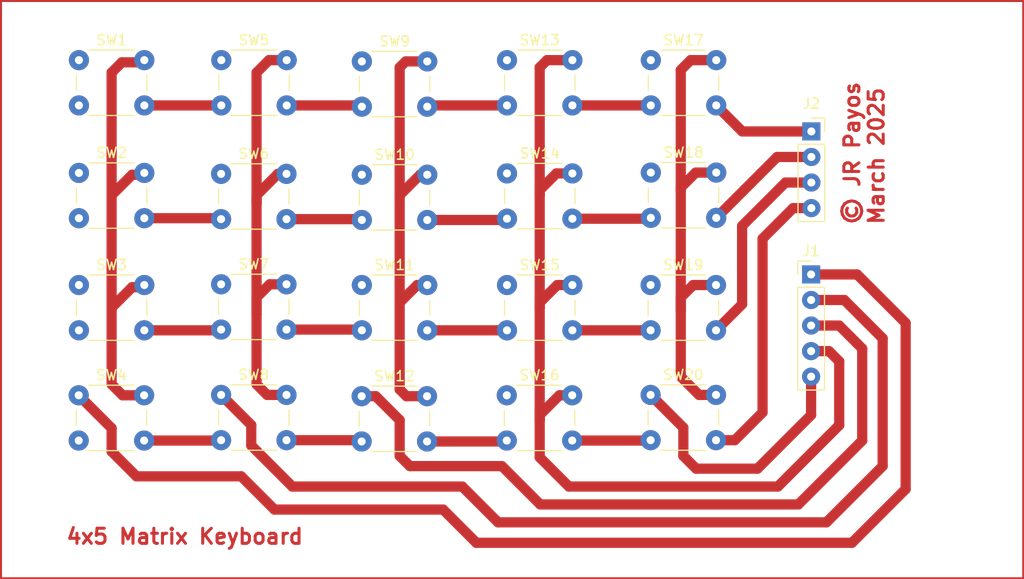
<source format=kicad_pcb>
(kicad_pcb (version 20241229) (generator "pcbnew") (generator_version "9.0")
  (layers (0 "F.Cu" signal) (2 "B.Cu" signal) (13 "F.Paste" user) (15 "B.Paste" user) (5 "F.SilkS" user "F.Silkscreen") (7 "B.SilkS" user "B.Silkscreen") (1 "F.Mask" user) (3 "B.Mask" user) (25 "Edge.Cuts" user))
  (net 0 "")
  (net 1 "ROW5")
  (net 2 "ROW1")
  (net 3 "ROW4")
  (net 4 "ROW3")
  (net 5 "ROW2")
  (net 6 "Col1")
  (net 7 "Col2")
  (net 8 "Col3")
  (net 9 "Col4")
  (footprint "Button_Switch_THT:SW_PUSH_6mm" (layer "F.Cu") (at 155.448 63.79)
    (property "Reference" "SW13" (at 3.25 -2 0) (layer "F.SilkS"))
    (property "Value" "SW_Push")
    (fp_line (start -0.25 1.5) (end -0.25 3) (stroke (width 0.12)) (layer "F.SilkS"))
    (fp_line (start 1 5.5) (end 5.5 5.5) (stroke (width 0.12)) (layer "F.SilkS"))
    (fp_line (start 5.5 -1) (end 1 -1) (stroke (width 0.12)) (layer "F.SilkS"))
    (fp_line (start 6.75 3) (end 6.75 1.5) (stroke (width 0.12)) (layer "F.SilkS"))
    (pad "1" thru_hole circle (at 0 0 90) (size 2 2) (drill 0.8) (layers "*.Cu" "*.Mask") (net 3 "ROW4"))
    (pad "1" thru_hole circle (at 6.5 0 90) (size 2 2) (drill 0.8) (layers "*.Cu" "*.Mask") (net 3 "ROW4"))
    (pad "2" thru_hole circle (at 0 4.5 90) (size 2 2) (drill 0.8) (layers "*.Cu" "*.Mask") (net 6 "Col1"))
    (pad "2" thru_hole circle (at 6.5 4.5 90) (size 2 2) (drill 0.8) (layers "*.Cu" "*.Mask") (net 6 "Col1"))
  )
  (footprint "Button_Switch_THT:SW_PUSH_6mm" (layer "F.Cu") (at 127.032 97.064)
    (property "Reference" "SW8" (at 3.25 -2 0) (layer "F.SilkS"))
    (property "Value" "SW_Push")
    (fp_line (start -0.25 1.5) (end -0.25 3) (stroke (width 0.12)) (layer "F.SilkS"))
    (fp_line (start 1 5.5) (end 5.5 5.5) (stroke (width 0.12)) (layer "F.SilkS"))
    (fp_line (start 5.5 -1) (end 1 -1) (stroke (width 0.12)) (layer "F.SilkS"))
    (fp_line (start 6.75 3) (end 6.75 1.5) (stroke (width 0.12)) (layer "F.SilkS"))
    (pad "1" thru_hole circle (at 0 0 90) (size 2 2) (drill 0.8) (layers "*.Cu" "*.Mask") (net 5 "ROW2"))
    (pad "1" thru_hole circle (at 6.5 0 90) (size 2 2) (drill 0.8) (layers "*.Cu" "*.Mask") (net 5 "ROW2"))
    (pad "2" thru_hole circle (at 0 4.5 90) (size 2 2) (drill 0.8) (layers "*.Cu" "*.Mask") (net 9 "Col4"))
    (pad "2" thru_hole circle (at 6.5 4.5 90) (size 2 2) (drill 0.8) (layers "*.Cu" "*.Mask") (net 9 "Col4"))
  )
  (footprint "Button_Switch_THT:SW_PUSH_6mm" (layer "F.Cu") (at 155.448 86.142)
    (property "Reference" "SW15" (at 3.25 -2 0) (layer "F.SilkS"))
    (property "Value" "SW_Push")
    (fp_line (start -0.25 1.5) (end -0.25 3) (stroke (width 0.12)) (layer "F.SilkS"))
    (fp_line (start 1 5.5) (end 5.5 5.5) (stroke (width 0.12)) (layer "F.SilkS"))
    (fp_line (start 5.5 -1) (end 1 -1) (stroke (width 0.12)) (layer "F.SilkS"))
    (fp_line (start 6.75 3) (end 6.75 1.5) (stroke (width 0.12)) (layer "F.SilkS"))
    (pad "1" thru_hole circle (at 0 0 90) (size 2 2) (drill 0.8) (layers "*.Cu" "*.Mask") (net 3 "ROW4"))
    (pad "1" thru_hole circle (at 6.5 0 90) (size 2 2) (drill 0.8) (layers "*.Cu" "*.Mask") (net 3 "ROW4"))
    (pad "2" thru_hole circle (at 0 4.5 90) (size 2 2) (drill 0.8) (layers "*.Cu" "*.Mask") (net 8 "Col3"))
    (pad "2" thru_hole circle (at 6.5 4.5 90) (size 2 2) (drill 0.8) (layers "*.Cu" "*.Mask") (net 8 "Col3"))
  )
  (footprint "Button_Switch_THT:SW_PUSH_6mm" (layer "F.Cu") (at 112.9 63.79)
    (property "Reference" "SW1" (at 3.25 -2 0) (layer "F.SilkS"))
    (property "Value" "SW_Push")
    (fp_line (start -0.25 1.5) (end -0.25 3) (stroke (width 0.12)) (layer "F.SilkS"))
    (fp_line (start 1 5.5) (end 5.5 5.5) (stroke (width 0.12)) (layer "F.SilkS"))
    (fp_line (start 5.5 -1) (end 1 -1) (stroke (width 0.12)) (layer "F.SilkS"))
    (fp_line (start 6.75 3) (end 6.75 1.5) (stroke (width 0.12)) (layer "F.SilkS"))
    (pad "1" thru_hole circle (at 0 0 90) (size 2 2) (drill 0.8) (layers "*.Cu" "*.Mask") (net 2 "ROW1"))
    (pad "1" thru_hole circle (at 6.5 0 90) (size 2 2) (drill 0.8) (layers "*.Cu" "*.Mask") (net 2 "ROW1"))
    (pad "2" thru_hole circle (at 0 4.5 90) (size 2 2) (drill 0.8) (layers "*.Cu" "*.Mask") (net 6 "Col1"))
    (pad "2" thru_hole circle (at 6.5 4.5 90) (size 2 2) (drill 0.8) (layers "*.Cu" "*.Mask") (net 6 "Col1"))
  )
  (footprint "Button_Switch_THT:SW_PUSH_6mm" (layer "F.Cu") (at 155.428 97.1)
    (property "Reference" "SW16" (at 3.25 -2 0) (layer "F.SilkS"))
    (property "Value" "SW_Push")
    (fp_line (start -0.25 1.5) (end -0.25 3) (stroke (width 0.12)) (layer "F.SilkS"))
    (fp_line (start 1 5.5) (end 5.5 5.5) (stroke (width 0.12)) (layer "F.SilkS"))
    (fp_line (start 5.5 -1) (end 1 -1) (stroke (width 0.12)) (layer "F.SilkS"))
    (fp_line (start 6.75 3) (end 6.75 1.5) (stroke (width 0.12)) (layer "F.SilkS"))
    (pad "1" thru_hole circle (at 0 0 90) (size 2 2) (drill 0.8) (layers "*.Cu" "*.Mask") (net 3 "ROW4"))
    (pad "1" thru_hole circle (at 6.5 0 90) (size 2 2) (drill 0.8) (layers "*.Cu" "*.Mask") (net 3 "ROW4"))
    (pad "2" thru_hole circle (at 0 4.5 90) (size 2 2) (drill 0.8) (layers "*.Cu" "*.Mask") (net 9 "Col4"))
    (pad "2" thru_hole circle (at 6.5 4.5 90) (size 2 2) (drill 0.8) (layers "*.Cu" "*.Mask") (net 9 "Col4"))
  )
  (footprint "Button_Switch_THT:SW_PUSH_6mm" (layer "F.Cu") (at 112.88 97.1)
    (property "Reference" "SW4" (at 3.25 -2 0) (layer "F.SilkS"))
    (property "Value" "SW_Push")
    (fp_line (start -0.25 1.5) (end -0.25 3) (stroke (width 0.12)) (layer "F.SilkS"))
    (fp_line (start 1 5.5) (end 5.5 5.5) (stroke (width 0.12)) (layer "F.SilkS"))
    (fp_line (start 5.5 -1) (end 1 -1) (stroke (width 0.12)) (layer "F.SilkS"))
    (fp_line (start 6.75 3) (end 6.75 1.5) (stroke (width 0.12)) (layer "F.SilkS"))
    (pad "1" thru_hole circle (at 0 0 90) (size 2 2) (drill 0.8) (layers "*.Cu" "*.Mask") (net 2 "ROW1"))
    (pad "1" thru_hole circle (at 6.5 0 90) (size 2 2) (drill 0.8) (layers "*.Cu" "*.Mask") (net 2 "ROW1"))
    (pad "2" thru_hole circle (at 0 4.5 90) (size 2 2) (drill 0.8) (layers "*.Cu" "*.Mask") (net 9 "Col4"))
    (pad "2" thru_hole circle (at 6.5 4.5 90) (size 2 2) (drill 0.8) (layers "*.Cu" "*.Mask") (net 9 "Col4"))
  )
  (footprint "Button_Switch_THT:SW_PUSH_6mm" (layer "F.Cu") (at 141.022 75.177)
    (property "Reference" "SW10" (at 3.25 -2 0) (layer "F.SilkS"))
    (property "Value" "SW_Push")
    (fp_line (start -0.25 1.5) (end -0.25 3) (stroke (width 0.12)) (layer "F.SilkS"))
    (fp_line (start 1 5.5) (end 5.5 5.5) (stroke (width 0.12)) (layer "F.SilkS"))
    (fp_line (start 5.5 -1) (end 1 -1) (stroke (width 0.12)) (layer "F.SilkS"))
    (fp_line (start 6.75 3) (end 6.75 1.5) (stroke (width 0.12)) (layer "F.SilkS"))
    (pad "1" thru_hole circle (at 0 0 90) (size 2 2) (drill 0.8) (layers "*.Cu" "*.Mask") (net 4 "ROW3"))
    (pad "1" thru_hole circle (at 6.5 0 90) (size 2 2) (drill 0.8) (layers "*.Cu" "*.Mask") (net 4 "ROW3"))
    (pad "2" thru_hole circle (at 0 4.5 90) (size 2 2) (drill 0.8) (layers "*.Cu" "*.Mask") (net 7 "Col2"))
    (pad "2" thru_hole circle (at 6.5 4.5 90) (size 2 2) (drill 0.8) (layers "*.Cu" "*.Mask") (net 7 "Col2"))
  )
  (footprint "Connector_PinHeader_2.54mm:PinHeader_1x05_P2.54mm_Vertical" (layer "F.Cu") (at 185.674 85.09)
    (property "Reference" "J1" (at 0 -2.33 0) (layer "F.SilkS"))
    (property "Value" "Conn_01x05_Pin")
    (fp_line (start -1.33 -1.33) (end 0 -1.33) (stroke (width 0.12)) (layer "F.SilkS"))
    (fp_line (start -1.33 0) (end -1.33 -1.33) (stroke (width 0.12)) (layer "F.SilkS"))
    (fp_line (start -1.33 1.27) (end -1.33 11.49) (stroke (width 0.12)) (layer "F.SilkS"))
    (fp_line (start -1.33 1.27) (end 1.33 1.27) (stroke (width 0.12)) (layer "F.SilkS"))
    (fp_line (start -1.33 11.49) (end 1.33 11.49) (stroke (width 0.12)) (layer "F.SilkS"))
    (fp_line (start 1.33 1.27) (end 1.33 11.49) (stroke (width 0.12)) (layer "F.SilkS"))
    (pad "1" thru_hole rect (at 0 0) (size 1.8 1.8) (drill 0.8) (layers "*.Cu" "*.Mask") (net 2 "ROW1"))
    (pad "2" thru_hole oval (at 0 2.54) (size 1.8 1.8) (drill 0.8) (layers "*.Cu" "*.Mask") (net 5 "ROW2"))
    (pad "3" thru_hole oval (at 0 5.08) (size 1.8 1.8) (drill 0.8) (layers "*.Cu" "*.Mask") (net 4 "ROW3"))
    (pad "4" thru_hole oval (at 0 7.62) (size 1.8 1.8) (drill 0.8) (layers "*.Cu" "*.Mask") (net 3 "ROW4"))
    (pad "5" thru_hole oval (at 0 10.16) (size 1.8 1.8) (drill 0.8) (layers "*.Cu" "*.Mask") (net 1 "ROW5"))
  )
  (footprint "Button_Switch_THT:SW_PUSH_6mm" (layer "F.Cu") (at 169.744 74.966)
    (property "Reference" "SW18" (at 3.25 -2 0) (layer "F.SilkS"))
    (property "Value" "SW_Push")
    (fp_line (start -0.25 1.5) (end -0.25 3) (stroke (width 0.12)) (layer "F.SilkS"))
    (fp_line (start 1 5.5) (end 5.5 5.5) (stroke (width 0.12)) (layer "F.SilkS"))
    (fp_line (start 5.5 -1) (end 1 -1) (stroke (width 0.12)) (layer "F.SilkS"))
    (fp_line (start 6.75 3) (end 6.75 1.5) (stroke (width 0.12)) (layer "F.SilkS"))
    (pad "1" thru_hole circle (at 0 0 90) (size 2 2) (drill 0.8) (layers "*.Cu" "*.Mask") (net 1 "ROW5"))
    (pad "1" thru_hole circle (at 6.5 0 90) (size 2 2) (drill 0.8) (layers "*.Cu" "*.Mask") (net 1 "ROW5"))
    (pad "2" thru_hole circle (at 0 4.5 90) (size 2 2) (drill 0.8) (layers "*.Cu" "*.Mask") (net 7 "Col2"))
    (pad "2" thru_hole circle (at 6.5 4.5 90) (size 2 2) (drill 0.8) (layers "*.Cu" "*.Mask") (net 7 "Col2"))
  )
  (footprint "Button_Switch_THT:SW_PUSH_6mm" (layer "F.Cu") (at 155.448 75.05)
    (property "Reference" "SW14" (at 3.25 -2 0) (layer "F.SilkS"))
    (property "Value" "SW_Push")
    (fp_line (start -0.25 1.5) (end -0.25 3) (stroke (width 0.12)) (layer "F.SilkS"))
    (fp_line (start 1 5.5) (end 5.5 5.5) (stroke (width 0.12)) (layer "F.SilkS"))
    (fp_line (start 5.5 -1) (end 1 -1) (stroke (width 0.12)) (layer "F.SilkS"))
    (fp_line (start 6.75 3) (end 6.75 1.5) (stroke (width 0.12)) (layer "F.SilkS"))
    (pad "1" thru_hole circle (at 0 0 90) (size 2 2) (drill 0.8) (layers "*.Cu" "*.Mask") (net 3 "ROW4"))
    (pad "1" thru_hole circle (at 6.5 0 90) (size 2 2) (drill 0.8) (layers "*.Cu" "*.Mask") (net 3 "ROW4"))
    (pad "2" thru_hole circle (at 0 4.5 90) (size 2 2) (drill 0.8) (layers "*.Cu" "*.Mask") (net 7 "Col2"))
    (pad "2" thru_hole circle (at 6.5 4.5 90) (size 2 2) (drill 0.8) (layers "*.Cu" "*.Mask") (net 7 "Col2"))
  )
  (footprint "Connector_PinSocket_2.54mm:PinSocket_1x04_P2.54mm_Vertical" (layer "F.Cu") (at 185.699 70.876)
    (property "Reference" "J2" (at 0 -2.77 0) (layer "F.SilkS"))
    (property "Value" "Conn_01x04_Pin")
    (fp_line (start -1.33 1.27) (end -1.33 8.95) (stroke (width 0.12)) (layer "F.SilkS"))
    (fp_line (start -1.33 1.27) (end 1.33 1.27) (stroke (width 0.12)) (layer "F.SilkS"))
    (fp_line (start -1.33 8.95) (end 1.33 8.95) (stroke (width 0.12)) (layer "F.SilkS"))
    (fp_line (start 0 -1.33) (end 1.33 -1.33) (stroke (width 0.12)) (layer "F.SilkS"))
    (fp_line (start 1.33 -1.33) (end 1.33 0) (stroke (width 0.12)) (layer "F.SilkS"))
    (fp_line (start 1.33 1.27) (end 1.33 8.95) (stroke (width 0.12)) (layer "F.SilkS"))
    (pad "1" thru_hole rect (at 0 0) (size 1.8 1.8) (drill 0.8) (layers "*.Cu" "*.Mask") (net 6 "Col1"))
    (pad "2" thru_hole oval (at 0 2.54) (size 1.8 1.8) (drill 0.8) (layers "*.Cu" "*.Mask") (net 7 "Col2"))
    (pad "3" thru_hole oval (at 0 5.08) (size 1.8 1.8) (drill 0.8) (layers "*.Cu" "*.Mask") (net 8 "Col3"))
    (pad "4" thru_hole oval (at 0 7.62) (size 1.8 1.8) (drill 0.8) (layers "*.Cu" "*.Mask") (net 9 "Col4"))
  )
  (footprint "Button_Switch_THT:SW_PUSH_6mm" (layer "F.Cu") (at 141.022 63.917)
    (property "Reference" "SW9" (at 3.25 -2 0) (layer "F.SilkS"))
    (property "Value" "SW_Push")
    (fp_line (start -0.25 1.5) (end -0.25 3) (stroke (width 0.12)) (layer "F.SilkS"))
    (fp_line (start 1 5.5) (end 5.5 5.5) (stroke (width 0.12)) (layer "F.SilkS"))
    (fp_line (start 5.5 -1) (end 1 -1) (stroke (width 0.12)) (layer "F.SilkS"))
    (fp_line (start 6.75 3) (end 6.75 1.5) (stroke (width 0.12)) (layer "F.SilkS"))
    (pad "1" thru_hole circle (at 0 0 90) (size 2 2) (drill 0.8) (layers "*.Cu" "*.Mask") (net 4 "ROW3"))
    (pad "1" thru_hole circle (at 6.5 0 90) (size 2 2) (drill 0.8) (layers "*.Cu" "*.Mask") (net 4 "ROW3"))
    (pad "2" thru_hole circle (at 0 4.5 90) (size 2 2) (drill 0.8) (layers "*.Cu" "*.Mask") (net 6 "Col1"))
    (pad "2" thru_hole circle (at 6.5 4.5 90) (size 2 2) (drill 0.8) (layers "*.Cu" "*.Mask") (net 6 "Col1"))
  )
  (footprint "Button_Switch_THT:SW_PUSH_6mm" (layer "F.Cu") (at 112.9 86.142)
    (property "Reference" "SW3" (at 3.25 -2 0) (layer "F.SilkS"))
    (property "Value" "SW_Push")
    (fp_line (start -0.25 1.5) (end -0.25 3) (stroke (width 0.12)) (layer "F.SilkS"))
    (fp_line (start 1 5.5) (end 5.5 5.5) (stroke (width 0.12)) (layer "F.SilkS"))
    (fp_line (start 5.5 -1) (end 1 -1) (stroke (width 0.12)) (layer "F.SilkS"))
    (fp_line (start 6.75 3) (end 6.75 1.5) (stroke (width 0.12)) (layer "F.SilkS"))
    (pad "1" thru_hole circle (at 0 0 90) (size 2 2) (drill 0.8) (layers "*.Cu" "*.Mask") (net 2 "ROW1"))
    (pad "1" thru_hole circle (at 6.5 0 90) (size 2 2) (drill 0.8) (layers "*.Cu" "*.Mask") (net 2 "ROW1"))
    (pad "2" thru_hole circle (at 0 4.5 90) (size 2 2) (drill 0.8) (layers "*.Cu" "*.Mask") (net 8 "Col3"))
    (pad "2" thru_hole circle (at 6.5 4.5 90) (size 2 2) (drill 0.8) (layers "*.Cu" "*.Mask") (net 8 "Col3"))
  )
  (footprint "Button_Switch_THT:SW_PUSH_6mm" (layer "F.Cu") (at 141.022 86.142)
    (property "Reference" "SW11" (at 3.25 -2 0) (layer "F.SilkS"))
    (property "Value" "SW_Push")
    (fp_line (start -0.25 1.5) (end -0.25 3) (stroke (width 0.12)) (layer "F.SilkS"))
    (fp_line (start 1 5.5) (end 5.5 5.5) (stroke (width 0.12)) (layer "F.SilkS"))
    (fp_line (start 5.5 -1) (end 1 -1) (stroke (width 0.12)) (layer "F.SilkS"))
    (fp_line (start 6.75 3) (end 6.75 1.5) (stroke (width 0.12)) (layer "F.SilkS"))
    (pad "1" thru_hole circle (at 0 0 90) (size 2 2) (drill 0.8) (layers "*.Cu" "*.Mask") (net 4 "ROW3"))
    (pad "1" thru_hole circle (at 6.5 0 90) (size 2 2) (drill 0.8) (layers "*.Cu" "*.Mask") (net 4 "ROW3"))
    (pad "2" thru_hole circle (at 0 4.5 90) (size 2 2) (drill 0.8) (layers "*.Cu" "*.Mask") (net 8 "Col3"))
    (pad "2" thru_hole circle (at 6.5 4.5 90) (size 2 2) (drill 0.8) (layers "*.Cu" "*.Mask") (net 8 "Col3"))
  )
  (footprint "Button_Switch_THT:SW_PUSH_6mm" (layer "F.Cu") (at 112.9 75)
    (property "Reference" "SW2" (at 3.25 -2 0) (layer "F.SilkS"))
    (property "Value" "SW_Push")
    (fp_line (start -0.25 1.5) (end -0.25 3) (stroke (width 0.12)) (layer "F.SilkS"))
    (fp_line (start 1 5.5) (end 5.5 5.5) (stroke (width 0.12)) (layer "F.SilkS"))
    (fp_line (start 5.5 -1) (end 1 -1) (stroke (width 0.12)) (layer "F.SilkS"))
    (fp_line (start 6.75 3) (end 6.75 1.5) (stroke (width 0.12)) (layer "F.SilkS"))
    (pad "1" thru_hole circle (at 0 0 90) (size 2 2) (drill 0.8) (layers "*.Cu" "*.Mask") (net 2 "ROW1"))
    (pad "1" thru_hole circle (at 6.5 0 90) (size 2 2) (drill 0.8) (layers "*.Cu" "*.Mask") (net 2 "ROW1"))
    (pad "2" thru_hole circle (at 0 4.5 90) (size 2 2) (drill 0.8) (layers "*.Cu" "*.Mask") (net 7 "Col2"))
    (pad "2" thru_hole circle (at 6.5 4.5 90) (size 2 2) (drill 0.8) (layers "*.Cu" "*.Mask") (net 7 "Col2"))
  )
  (footprint "Button_Switch_THT:SW_PUSH_6mm" (layer "F.Cu") (at 127.032 75.093)
    (property "Reference" "SW6" (at 3.25 -2 0) (layer "F.SilkS"))
    (property "Value" "SW_Push")
    (fp_line (start -0.25 1.5) (end -0.25 3) (stroke (width 0.12)) (layer "F.SilkS"))
    (fp_line (start 1 5.5) (end 5.5 5.5) (stroke (width 0.12)) (layer "F.SilkS"))
    (fp_line (start 5.5 -1) (end 1 -1) (stroke (width 0.12)) (layer "F.SilkS"))
    (fp_line (start 6.75 3) (end 6.75 1.5) (stroke (width 0.12)) (layer "F.SilkS"))
    (pad "1" thru_hole circle (at 0 0 90) (size 2 2) (drill 0.8) (layers "*.Cu" "*.Mask") (net 5 "ROW2"))
    (pad "1" thru_hole circle (at 6.5 0 90) (size 2 2) (drill 0.8) (layers "*.Cu" "*.Mask") (net 5 "ROW2"))
    (pad "2" thru_hole circle (at 0 4.5 90) (size 2 2) (drill 0.8) (layers "*.Cu" "*.Mask") (net 7 "Col2"))
    (pad "2" thru_hole circle (at 6.5 4.5 90) (size 2 2) (drill 0.8) (layers "*.Cu" "*.Mask") (net 7 "Col2"))
  )
  (footprint "Button_Switch_THT:SW_PUSH_6mm" (layer "F.Cu") (at 169.724 97.064)
    (property "Reference" "SW20" (at 3.25 -2 0) (layer "F.SilkS"))
    (property "Value" "SW_Push")
    (fp_line (start -0.25 1.5) (end -0.25 3) (stroke (width 0.12)) (layer "F.SilkS"))
    (fp_line (start 1 5.5) (end 5.5 5.5) (stroke (width 0.12)) (layer "F.SilkS"))
    (fp_line (start 5.5 -1) (end 1 -1) (stroke (width 0.12)) (layer "F.SilkS"))
    (fp_line (start 6.75 3) (end 6.75 1.5) (stroke (width 0.12)) (layer "F.SilkS"))
    (pad "1" thru_hole circle (at 0 0 90) (size 2 2) (drill 0.8) (layers "*.Cu" "*.Mask") (net 1 "ROW5"))
    (pad "1" thru_hole circle (at 6.5 0 90) (size 2 2) (drill 0.8) (layers "*.Cu" "*.Mask") (net 1 "ROW5"))
    (pad "2" thru_hole circle (at 0 4.5 90) (size 2 2) (drill 0.8) (layers "*.Cu" "*.Mask") (net 9 "Col4"))
    (pad "2" thru_hole circle (at 6.5 4.5 90) (size 2 2) (drill 0.8) (layers "*.Cu" "*.Mask") (net 9 "Col4"))
  )
  (footprint "Button_Switch_THT:SW_PUSH_6mm" (layer "F.Cu") (at 169.744 63.79)
    (property "Reference" "SW17" (at 3.25 -2 0) (layer "F.SilkS"))
    (property "Value" "SW_Push")
    (fp_line (start -0.25 1.5) (end -0.25 3) (stroke (width 0.12)) (layer "F.SilkS"))
    (fp_line (start 1 5.5) (end 5.5 5.5) (stroke (width 0.12)) (layer "F.SilkS"))
    (fp_line (start 5.5 -1) (end 1 -1) (stroke (width 0.12)) (layer "F.SilkS"))
    (fp_line (start 6.75 3) (end 6.75 1.5) (stroke (width 0.12)) (layer "F.SilkS"))
    (pad "1" thru_hole circle (at 0 0 90) (size 2 2) (drill 0.8) (layers "*.Cu" "*.Mask") (net 1 "ROW5"))
    (pad "1" thru_hole circle (at 6.5 0 90) (size 2 2) (drill 0.8) (layers "*.Cu" "*.Mask") (net 1 "ROW5"))
    (pad "2" thru_hole circle (at 0 4.5 90) (size 2 2) (drill 0.8) (layers "*.Cu" "*.Mask") (net 6 "Col1"))
    (pad "2" thru_hole circle (at 6.5 4.5 90) (size 2 2) (drill 0.8) (layers "*.Cu" "*.Mask") (net 6 "Col1"))
  )
  (footprint "Button_Switch_THT:SW_PUSH_6mm" (layer "F.Cu") (at 127.032 86.07)
    (property "Reference" "SW7" (at 3.25 -2 0) (layer "F.SilkS"))
    (property "Value" "SW_Push")
    (fp_line (start -0.25 1.5) (end -0.25 3) (stroke (width 0.12)) (layer "F.SilkS"))
    (fp_line (start 1 5.5) (end 5.5 5.5) (stroke (width 0.12)) (layer "F.SilkS"))
    (fp_line (start 5.5 -1) (end 1 -1) (stroke (width 0.12)) (layer "F.SilkS"))
    (fp_line (start 6.75 3) (end 6.75 1.5) (stroke (width 0.12)) (layer "F.SilkS"))
    (pad "1" thru_hole circle (at 0 0 90) (size 2 2) (drill 0.8) (layers "*.Cu" "*.Mask") (net 5 "ROW2"))
    (pad "1" thru_hole circle (at 6.5 0 90) (size 2 2) (drill 0.8) (layers "*.Cu" "*.Mask") (net 5 "ROW2"))
    (pad "2" thru_hole circle (at 0 4.5 90) (size 2 2) (drill 0.8) (layers "*.Cu" "*.Mask") (net 8 "Col3"))
    (pad "2" thru_hole circle (at 6.5 4.5 90) (size 2 2) (drill 0.8) (layers "*.Cu" "*.Mask") (net 8 "Col3"))
  )
  (footprint "Button_Switch_THT:SW_PUSH_6mm" (layer "F.Cu") (at 141.002 97.191)
    (property "Reference" "SW12" (at 3.25 -2 0) (layer "F.SilkS"))
    (property "Value" "SW_Push")
    (fp_line (start -0.25 1.5) (end -0.25 3) (stroke (width 0.12)) (layer "F.SilkS"))
    (fp_line (start 1 5.5) (end 5.5 5.5) (stroke (width 0.12)) (layer "F.SilkS"))
    (fp_line (start 5.5 -1) (end 1 -1) (stroke (width 0.12)) (layer "F.SilkS"))
    (fp_line (start 6.75 3) (end 6.75 1.5) (stroke (width 0.12)) (layer "F.SilkS"))
    (pad "1" thru_hole circle (at 0 0 90) (size 2 2) (drill 0.8) (layers "*.Cu" "*.Mask") (net 4 "ROW3"))
    (pad "1" thru_hole circle (at 6.5 0 90) (size 2 2) (drill 0.8) (layers "*.Cu" "*.Mask") (net 4 "ROW3"))
    (pad "2" thru_hole circle (at 0 4.5 90) (size 2 2) (drill 0.8) (layers "*.Cu" "*.Mask") (net 9 "Col4"))
    (pad "2" thru_hole circle (at 6.5 4.5 90) (size 2 2) (drill 0.8) (layers "*.Cu" "*.Mask") (net 9 "Col4"))
  )
  (footprint "Button_Switch_THT:SW_PUSH_6mm" (layer "F.Cu") (at 127.052 63.79)
    (property "Reference" "SW5" (at 3.25 -2 0) (layer "F.SilkS"))
    (property "Value" "SW_Push")
    (fp_line (start -0.25 1.5) (end -0.25 3) (stroke (width 0.12)) (layer "F.SilkS"))
    (fp_line (start 1 5.5) (end 5.5 5.5) (stroke (width 0.12)) (layer "F.SilkS"))
    (fp_line (start 5.5 -1) (end 1 -1) (stroke (width 0.12)) (layer "F.SilkS"))
    (fp_line (start 6.75 3) (end 6.75 1.5) (stroke (width 0.12)) (layer "F.SilkS"))
    (pad "1" thru_hole circle (at 0 0 90) (size 2 2) (drill 0.8) (layers "*.Cu" "*.Mask") (net 5 "ROW2"))
    (pad "1" thru_hole circle (at 6.5 0 90) (size 2 2) (drill 0.8) (layers "*.Cu" "*.Mask") (net 5 "ROW2"))
    (pad "2" thru_hole circle (at 0 4.5 90) (size 2 2) (drill 0.8) (layers "*.Cu" "*.Mask") (net 6 "Col1"))
    (pad "2" thru_hole circle (at 6.5 4.5 90) (size 2 2) (drill 0.8) (layers "*.Cu" "*.Mask") (net 6 "Col1"))
  )
  (footprint "Button_Switch_THT:SW_PUSH_6mm" (layer "F.Cu") (at 169.724 86.142)
    (property "Reference" "SW19" (at 3.25 -2 0) (layer "F.SilkS"))
    (property "Value" "SW_Push")
    (fp_line (start -0.25 1.5) (end -0.25 3) (stroke (width 0.12)) (layer "F.SilkS"))
    (fp_line (start 1 5.5) (end 5.5 5.5) (stroke (width 0.12)) (layer "F.SilkS"))
    (fp_line (start 5.5 -1) (end 1 -1) (stroke (width 0.12)) (layer "F.SilkS"))
    (fp_line (start 6.75 3) (end 6.75 1.5) (stroke (width 0.12)) (layer "F.SilkS"))
    (pad "1" thru_hole circle (at 0 0 90) (size 2 2) (drill 0.8) (layers "*.Cu" "*.Mask") (net 1 "ROW5"))
    (pad "1" thru_hole circle (at 6.5 0 90) (size 2 2) (drill 0.8) (layers "*.Cu" "*.Mask") (net 1 "ROW5"))
    (pad "2" thru_hole circle (at 0 4.5 90) (size 2 2) (drill 0.8) (layers "*.Cu" "*.Mask") (net 8 "Col3"))
    (pad "2" thru_hole circle (at 6.5 4.5 90) (size 2 2) (drill 0.8) (layers "*.Cu" "*.Mask") (net 8 "Col3"))
  )
  (gr_rect (start 105.156 57.912) (end 206.756 115.289) (stroke (width 0.2)) (fill no) (layer "F.Cu") (net 2))
  (gr_text "© JR Payos\nMarch 2025" (at 193.04 80.264 90) (layer "F.Cu") (effects (font (size 1.5 1.5) (thickness 0.3) (bold yes)) (justify left bottom)))
  (gr_text "4x5 Matrix Keyboard" (at 111.506 112.014 0) (layer "F.Cu") (effects (font (size 1.5 1.5) (thickness 0.3) (bold yes)) (justify left bottom)))
  (segment (start 172.72 95.25) (end 172.72 88.646) (width 1.016) (layer "F.Cu") (net 1))
  (segment (start 174.244 104.394) (end 180.34 104.394) (width 1.016) (layer "F.Cu") (net 1))
  (segment (start 176.224 86.142) (end 173.954 86.142) (width 1.016) (layer "F.Cu") (net 1))
  (segment (start 173.954 86.142) (end 172.72 87.376) (width 1.016) (layer "F.Cu") (net 1))
  (segment (start 173.7 63.79) (end 176.244 63.79) (width 1.016) (layer "F.Cu") (net 1))
  (segment (start 174.208 74.966) (end 172.72 76.454) (width 1.016) (layer "F.Cu") (net 1))
  (segment (start 172.974 100.314) (end 172.974 103.124) (width 1.016) (layer "F.Cu") (net 1))
  (segment (start 185.674 99.06) (end 185.674 95.25) (width 1.016) (layer "F.Cu") (net 1))
  (segment (start 172.72 64.77) (end 173.7 63.79) (width 1.016) (layer "F.Cu") (net 1))
  (segment (start 169.724 97.064) (end 172.974 100.314) (width 1.016) (layer "F.Cu") (net 1))
  (segment (start 172.72 76.454) (end 172.72 76.708) (width 1.016) (layer "F.Cu") (net 1))
  (segment (start 176.244 74.966) (end 174.208 74.966) (width 1.016) (layer "F.Cu") (net 1))
  (segment (start 172.72 88.646) (end 172.72 76.708) (width 1.016) (layer "F.Cu") (net 1))
  (segment (start 172.72 87.376) (end 172.72 88.646) (width 1.016) (layer "F.Cu") (net 1))
  (segment (start 172.72 76.708) (end 172.72 64.77) (width 1.016) (layer "F.Cu") (net 1))
  (segment (start 176.224 97.064) (end 174.534 97.064) (width 1.016) (layer "F.Cu") (net 1))
  (segment (start 174.534 97.064) (end 172.72 95.25) (width 1.016) (layer "F.Cu") (net 1))
  (segment (start 180.34 104.394) (end 185.674 99.06) (width 1.016) (layer "F.Cu") (net 1))
  (segment (start 172.974 103.124) (end 174.244 104.394) (width 1.016) (layer "F.Cu") (net 1))
  (segment (start 129.032 105.156) (end 132.334 108.458) (width 1.016) (layer "F.Cu") (net 2))
  (segment (start 119.182 86.36) (end 118.182 86.36) (width 1.016) (layer "F.Cu") (net 2))
  (segment (start 112.88 97.1) (end 116.15 100.37) (width 1.016) (layer "F.Cu") (net 2))
  (segment (start 119.182 64.008) (end 119.4 63.79) (width 1.016) (layer "F.Cu") (net 2))
  (segment (start 119.4 86.142) (end 119.182 86.36) (width 1.016) (layer "F.Cu") (net 2))
  (segment (start 116.15 77.216) (end 116.15 65.024) (width 1.016) (layer "F.Cu") (net 2))
  (segment (start 119.38 97.1) (end 117.238 97.1) (width 1.016) (layer "F.Cu") (net 2))
  (segment (start 149.098 108.458) (end 152.4 111.76) (width 1.016) (layer "F.Cu") (net 2))
  (segment (start 116.15 96.012) (end 116.15 88.392) (width 1.016) (layer "F.Cu") (net 2))
  (segment (start 118.182 75.184) (end 116.15 77.216) (width 1.016) (layer "F.Cu") (net 2))
  (segment (start 116.15 65.024) (end 117.166 64.008) (width 1.016) (layer "F.Cu") (net 2))
  (segment (start 117.166 64.008) (end 119.182 64.008) (width 1.016) (layer "F.Cu") (net 2))
  (segment (start 118.618 105.156) (end 129.032 105.156) (width 1.016) (layer "F.Cu") (net 2))
  (segment (start 190.246 85.09) (end 185.674 85.09) (width 1.016) (layer "F.Cu") (net 2))
  (segment (start 116.15 88.392) (end 116.15 76.708) (width 1.016) (layer "F.Cu") (net 2))
  (segment (start 195.072 106.426) (end 195.072 89.916) (width 1.016) (layer "F.Cu") (net 2))
  (segment (start 119.4 75) (end 119.216 75.184) (width 1.016) (layer "F.Cu") (net 2))
  (segment (start 152.4 111.76) (end 189.738 111.76) (width 1.016) (layer "F.Cu") (net 2))
  (segment (start 119.216 75.184) (end 118.182 75.184) (width 1.016) (layer "F.Cu") (net 2))
  (segment (start 117.238 97.1) (end 116.15 96.012) (width 1.016) (layer "F.Cu") (net 2))
  (segment (start 116.15 102.688) (end 118.618 105.156) (width 1.016) (layer "F.Cu") (net 2))
  (segment (start 132.334 108.458) (end 149.098 108.458) (width 1.016) (layer "F.Cu") (net 2))
  (segment (start 195.072 89.916) (end 190.246 85.09) (width 1.016) (layer "F.Cu") (net 2))
  (segment (start 116.15 100.37) (end 116.15 102.688) (width 1.016) (layer "F.Cu") (net 2))
  (segment (start 118.182 86.36) (end 116.15 88.392) (width 1.016) (layer "F.Cu") (net 2))
  (segment (start 119.38 97.1) (end 119.81 97.1) (width 1.016) (layer "F.Cu") (net 2))
  (segment (start 189.738 111.76) (end 195.072 106.426) (width 1.016) (layer "F.Cu") (net 2))
  (segment (start 158.698 103.27) (end 161.6 106.172) (width 1.016) (layer "F.Cu") (net 3))
  (segment (start 160.356 75.05) (end 158.698 76.708) (width 1.016) (layer "F.Cu") (net 3))
  (segment (start 158.698 87.884) (end 158.698 88.392) (width 1.016) (layer "F.Cu") (net 3))
  (segment (start 158.698 77.216) (end 158.698 88.392) (width 1.016) (layer "F.Cu") (net 3))
  (segment (start 188.468 100.076) (end 188.468 93.726) (width 1.016) (layer "F.Cu") (net 3))
  (segment (start 188.468 93.726) (end 187.452 92.71) (width 1.016) (layer "F.Cu") (net 3))
  (segment (start 158.698 88.392) (end 158.698 98.552) (width 1.016) (layer "F.Cu") (net 3))
  (segment (start 158.698 76.708) (end 158.698 77.216) (width 1.016) (layer "F.Cu") (net 3))
  (segment (start 161.928 97.1) (end 160.658 97.1) (width 1.016) (layer "F.Cu") (net 3))
  (segment (start 158.698 99.568) (end 158.698 98.552) (width 1.016) (layer "F.Cu") (net 3))
  (segment (start 159.424 63.79) (end 158.698 64.516) (width 1.016) (layer "F.Cu") (net 3))
  (segment (start 160.44 86.142) (end 158.698 87.884) (width 1.016) (layer "F.Cu") (net 3))
  (segment (start 187.452 92.71) (end 185.674 92.71) (width 1.016) (layer "F.Cu") (net 3))
  (segment (start 160.658 97.1) (end 158.698 99.06) (width 1.016) (layer "F.Cu") (net 3))
  (segment (start 182.372 106.172) (end 188.468 100.076) (width 1.016) (layer "F.Cu") (net 3))
  (segment (start 158.698 99.06) (end 158.698 99.568) (width 1.016) (layer "F.Cu") (net 3))
  (segment (start 158.698 64.516) (end 158.698 77.216) (width 1.016) (layer "F.Cu") (net 3))
  (segment (start 161.948 86.142) (end 160.44 86.142) (width 1.016) (layer "F.Cu") (net 3))
  (segment (start 161.6 106.172) (end 182.372 106.172) (width 1.016) (layer "F.Cu") (net 3))
  (segment (start 158.698 98.552) (end 158.698 103.27) (width 1.016) (layer "F.Cu") (net 3))
  (segment (start 161.948 75.05) (end 160.356 75.05) (width 1.016) (layer "F.Cu") (net 3))
  (segment (start 161.948 63.79) (end 159.424 63.79) (width 1.016) (layer "F.Cu") (net 3))
  (segment (start 158.75 107.95) (end 154.94 104.14) (width 1.016) (layer "F.Cu") (net 4))
  (segment (start 145.379 63.917) (end 144.78 64.516) (width 1.016) (layer "F.Cu") (net 4))
  (segment (start 144.78 87.884) (end 144.78 96.52) (width 1.016) (layer "F.Cu") (net 4))
  (segment (start 146.522 86.142) (end 144.78 87.884) (width 1.016) (layer "F.Cu") (net 4))
  (segment (start 146.819 75.177) (end 144.78 77.216) (width 1.016) (layer "F.Cu") (net 4))
  (segment (start 144.78 103.124) (end 144.78 99.568) (width 1.016) (layer "F.Cu") (net 4))
  (segment (start 145.451 97.191) (end 147.502 97.191) (width 1.016) (layer "F.Cu") (net 4))
  (segment (start 190.754 101.6) (end 184.404 107.95) (width 1.016) (layer "F.Cu") (net 4))
  (segment (start 190.754 92.456) (end 190.754 101.6) (width 1.016) (layer "F.Cu") (net 4))
  (segment (start 184.404 107.95) (end 158.75 107.95) (width 1.016) (layer "F.Cu") (net 4))
  (segment (start 188.468 90.17) (end 190.754 92.456) (width 1.016) (layer "F.Cu") (net 4))
  (segment (start 147.522 63.917) (end 145.379 63.917) (width 1.016) (layer "F.Cu") (net 4))
  (segment (start 145.796 104.14) (end 144.78 103.124) (width 1.016) (layer "F.Cu") (net 4))
  (segment (start 147.522 86.142) (end 146.522 86.142) (width 1.016) (layer "F.Cu") (net 4))
  (segment (start 147.522 75.177) (end 146.819 75.177) (width 1.016) (layer "F.Cu") (net 4))
  (segment (start 154.94 104.14) (end 145.796 104.14) (width 1.016) (layer "F.Cu") (net 4))
  (segment (start 144.78 96.52) (end 145.451 97.191) (width 1.016) (layer "F.Cu") (net 4))
  (segment (start 144.78 77.216) (end 144.78 86.868) (width 1.016) (layer "F.Cu") (net 4))
  (segment (start 142.403 97.191) (end 141.002 97.191) (width 1.016) (layer "F.Cu") (net 4))
  (segment (start 144.78 64.516) (end 144.78 77.216) (width 1.016) (layer "F.Cu") (net 4))
  (segment (start 144.78 99.568) (end 142.403 97.191) (width 1.016) (layer "F.Cu") (net 4))
  (segment (start 144.78 86.868) (end 144.78 87.884) (width 1.016) (layer "F.Cu") (net 4))
  (segment (start 185.674 90.17) (end 188.468 90.17) (width 1.016) (layer "F.Cu") (net 4))
  (segment (start 187.198 109.728) (end 154.559 109.728) (width 1.016) (layer "F.Cu") (net 5))
  (segment (start 130.556 87.376) (end 131.862 86.07) (width 1.016) (layer "F.Cu") (net 5))
  (segment (start 130.556 95.504) (end 130.556 89.046) (width 1.016) (layer "F.Cu") (net 5))
  (segment (start 130.556 78.069) (end 130.556 65.024) (width 1.016) (layer "F.Cu") (net 5))
  (segment (start 133.532 97.064) (end 131.608 97.064) (width 1.016) (layer "F.Cu") (net 5))
  (segment (start 192.786 104.14) (end 187.198 109.728) (width 1.016) (layer "F.Cu") (net 5))
  (segment (start 132.679 75.093) (end 133.532 75.093) (width 1.016) (layer "F.Cu") (net 5))
  (segment (start 131.862 86.07) (end 133.532 86.07) (width 1.016) (layer "F.Cu") (net 5))
  (segment (start 134.112 106.172) (end 130.028 102.088) (width 1.016) (layer "F.Cu") (net 5))
  (segment (start 151.003 106.172) (end 134.112 106.172) (width 1.016) (layer "F.Cu") (net 5))
  (segment (start 130.028 100.06) (end 127.032 97.064) (width 1.016) (layer "F.Cu") (net 5))
  (segment (start 130.556 89.046) (end 130.556 77.561) (width 1.016) (layer "F.Cu") (net 5))
  (segment (start 131.608 97.064) (end 130.556 96.012) (width 1.016) (layer "F.Cu") (net 5))
  (segment (start 185.674 87.63) (end 188.976 87.63) (width 1.016) (layer "F.Cu") (net 5))
  (segment (start 130.556 65.024) (end 131.79 63.79) (width 1.016) (layer "F.Cu") (net 5))
  (segment (start 131.79 63.79) (end 133.552 63.79) (width 1.016) (layer "F.Cu") (net 5))
  (segment (start 192.786 91.44) (end 192.786 104.14) (width 1.016) (layer "F.Cu") (net 5))
  (segment (start 154.559 109.728) (end 151.003 106.172) (width 1.016) (layer "F.Cu") (net 5))
  (segment (start 130.556 77.216) (end 132.679 75.093) (width 1.016) (layer "F.Cu") (net 5))
  (segment (start 130.556 78.069) (end 130.556 77.216) (width 1.016) (layer "F.Cu") (net 5))
  (segment (start 130.028 102.088) (end 130.028 100.06) (width 1.016) (layer "F.Cu") (net 5))
  (segment (start 188.976 87.63) (end 192.786 91.44) (width 1.016) (layer "F.Cu") (net 5))
  (segment (start 130.556 96.012) (end 130.556 95.504) (width 1.016) (layer "F.Cu") (net 5))
  (segment (start 130.556 89.046) (end 130.556 87.376) (width 1.016) (layer "F.Cu") (net 5))
  (segment (start 155.448 68.29) (end 147.649 68.29) (width 1.016) (layer "F.Cu") (net 6))
  (segment (start 126.834 68.29) (end 127.052 68.508) (width 1.016) (layer "F.Cu") (net 6))
  (segment (start 185.699 70.876) (end 178.83 70.876) (width 1.016) (layer "F.Cu") (net 6))
  (segment (start 127.052 68.508) (end 127.27 68.29) (width 1.016) (layer "F.Cu") (net 6))
  (segment (start 147.649 68.29) (end 147.522 68.417) (width 1.016) (layer "F.Cu") (net 6))
  (segment (start 133.552 68.29) (end 140.895 68.29) (width 1.016) (layer "F.Cu") (net 6))
  (segment (start 140.895 68.29) (end 141.022 68.417) (width 1.016) (layer "F.Cu") (net 6))
  (segment (start 162.274 68.29) (end 169.998 68.29) (width 1.016) (layer "F.Cu") (net 6))
  (segment (start 119.4 68.29) (end 126.834 68.29) (width 1.016) (layer "F.Cu") (net 6))
  (segment (start 178.83 70.876) (end 176.244 68.29) (width 1.016) (layer "F.Cu") (net 6))
  (segment (start 147.522 79.677) (end 155.321 79.677) (width 1.016) (layer "F.Cu") (net 7))
  (segment (start 155.321 79.677) (end 155.448 79.55) (width 1.016) (layer "F.Cu") (net 7))
  (segment (start 119.4 79.5) (end 126.884 79.5) (width 1.016) (layer "F.Cu") (net 7))
  (segment (start 162.274 79.55) (end 169.828 79.55) (width 1.016) (layer "F.Cu") (net 7))
  (segment (start 126.884 79.5) (end 127.052 79.668) (width 1.016) (layer "F.Cu") (net 7))
  (segment (start 182.294 73.416) (end 176.244 79.466) (width 1.016) (layer "F.Cu") (net 7))
  (segment (start 169.574 79.55) (end 169.744 79.72) (width 1.016) (layer "F.Cu") (net 7))
  (segment (start 140.938 79.593) (end 141.022 79.677) (width 1.016) (layer "F.Cu") (net 7))
  (segment (start 185.699 73.416) (end 182.294 73.416) (width 1.016) (layer "F.Cu") (net 7))
  (segment (start 133.532 79.593) (end 140.938 79.593) (width 1.016) (layer "F.Cu") (net 7))
  (segment (start 119.4 90.642) (end 127.01 90.642) (width 1.016) (layer "F.Cu") (net 8))
  (segment (start 178.816 80.264) (end 178.816 88.05) (width 1.016) (layer "F.Cu") (net 8))
  (segment (start 169.978 90.642) (end 162.274 90.642) (width 1.016) (layer "F.Cu") (net 8))
  (segment (start 178.816 88.05) (end 176.224 90.642) (width 1.016) (layer "F.Cu") (net 8))
  (segment (start 140.95 90.57) (end 141.022 90.642) (width 1.016) (layer "F.Cu") (net 8))
  (segment (start 183.124 75.956) (end 178.816 80.264) (width 1.016) (layer "F.Cu") (net 8))
  (segment (start 147.522 90.642) (end 155.754 90.642) (width 1.016) (layer "F.Cu") (net 8))
  (segment (start 154.94 90.642) (end 155.448 91.15) (width 1.016) (layer "F.Cu") (net 8))
  (segment (start 133.532 90.57) (end 140.95 90.57) (width 1.016) (layer "F.Cu") (net 8))
  (segment (start 185.699 75.956) (end 183.124 75.956) (width 1.016) (layer "F.Cu") (net 8))
  (segment (start 127.01 90.642) (end 127.082 90.57) (width 1.016) (layer "F.Cu") (net 8))
  (segment (start 180.848 81.534) (end 180.848 98.806) (width 1.016) (layer "F.Cu") (net 9))
  (segment (start 147.502 101.691) (end 155.337 101.691) (width 1.016) (layer "F.Cu") (net 9))
  (segment (start 185.699 78.496) (end 183.886 78.496) (width 1.016) (layer "F.Cu") (net 9))
  (segment (start 180.848 98.806) (end 178.09 101.564) (width 1.016) (layer "F.Cu") (net 9))
  (segment (start 183.886 78.496) (end 180.848 81.534) (width 1.016) (layer "F.Cu") (net 9))
  (segment (start 133.532 101.564) (end 140.875 101.564) (width 1.016) (layer "F.Cu") (net 9))
  (segment (start 126.814 101.6) (end 127.032 101.818) (width 1.016) (layer "F.Cu") (net 9))
  (segment (start 155.337 101.691) (end 155.428 101.6) (width 1.016) (layer "F.Cu") (net 9))
  (segment (start 119.38 101.6) (end 126.814 101.6) (width 1.016) (layer "F.Cu") (net 9))
  (segment (start 178.09 101.564) (end 176.224 101.564) (width 1.016) (layer "F.Cu") (net 9))
  (segment (start 140.875 101.564) (end 141.002 101.691) (width 1.016) (layer "F.Cu") (net 9))
  (segment (start 162.254 101.6) (end 169.978 101.6) (width 1.016) (layer "F.Cu") (net 9))
)
</source>
